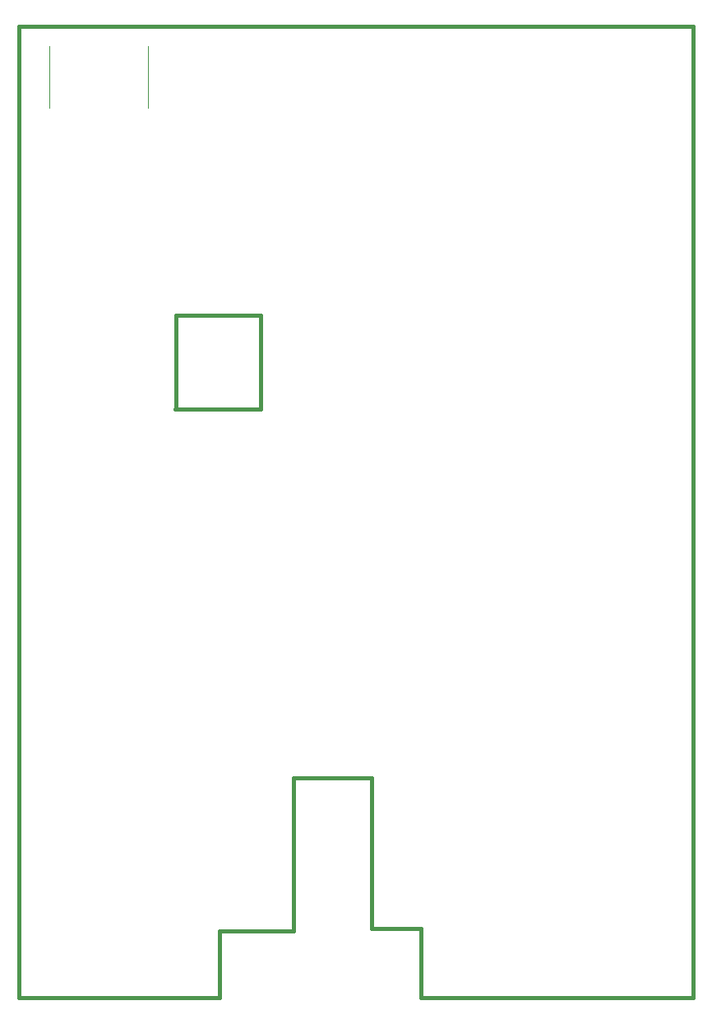
<source format=gm1>
G04*
G04 #@! TF.GenerationSoftware,Altium Limited,Altium Designer,20.1.12 (249)*
G04*
G04 Layer_Color=16711935*
%FSTAX24Y24*%
%MOIN*%
G70*
G04*
G04 #@! TF.SameCoordinates,89921D2C-3172-4036-8A71-56443DCFD009*
G04*
G04*
G04 #@! TF.FilePolarity,Positive*
G04*
G01*
G75*
%ADD11C,0.0040*%
%ADD136C,0.0157*%
D11*
X01023Y043823D02*
Y046323D01*
X01423Y043823D02*
Y046323D01*
D136*
X015367Y035433D02*
X0188D01*
X015367Y031667D02*
Y035433D01*
X01535Y03165D02*
X015367Y031667D01*
X01535Y03165D02*
X0188D01*
Y035433D01*
X009Y0078D02*
Y04715D01*
X03635D01*
Y0078D02*
Y04715D01*
X0253Y0078D02*
X03635D01*
X0253D02*
Y0106D01*
X0233D02*
X0253D01*
X0233D02*
Y0167D01*
X02015D02*
X0233D01*
X02015Y0105D02*
Y0167D01*
X01715Y0105D02*
X02015D01*
X01715Y0078D02*
Y0105D01*
X009Y0078D02*
X01715D01*
M02*

</source>
